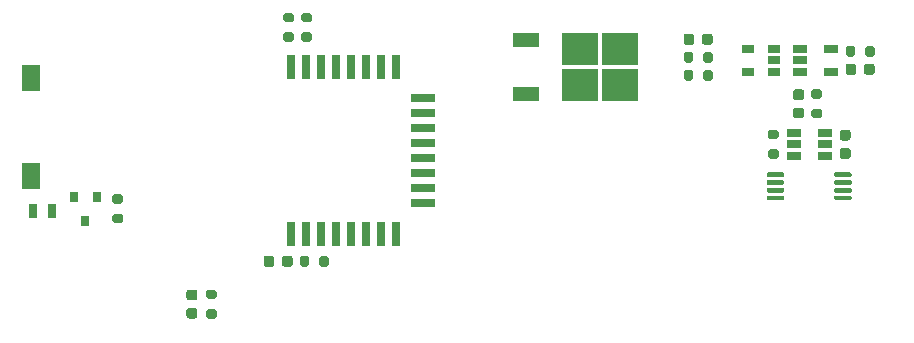
<source format=gtp>
G04 #@! TF.GenerationSoftware,KiCad,Pcbnew,(5.1.12)-1*
G04 #@! TF.CreationDate,2022-06-29T22:30:09+05:00*
G04 #@! TF.ProjectId,YNXT-WM01,594e5854-2d57-44d3-9031-2e6b69636164,rev?*
G04 #@! TF.SameCoordinates,Original*
G04 #@! TF.FileFunction,Paste,Top*
G04 #@! TF.FilePolarity,Positive*
%FSLAX46Y46*%
G04 Gerber Fmt 4.6, Leading zero omitted, Abs format (unit mm)*
G04 Created by KiCad (PCBNEW (5.1.12)-1) date 2022-06-29 22:30:09*
%MOMM*%
%LPD*%
G01*
G04 APERTURE LIST*
%ADD10R,1.500000X2.200000*%
%ADD11R,2.200000X1.200000*%
%ADD12R,3.050000X2.750000*%
%ADD13R,0.800000X0.900000*%
%ADD14R,1.220000X0.650000*%
%ADD15R,0.700000X2.000000*%
%ADD16R,2.000000X0.700000*%
%ADD17R,1.060000X0.650000*%
%ADD18R,0.800000X1.200000*%
G04 APERTURE END LIST*
D10*
X95631000Y-114414300D03*
X95631000Y-106133900D03*
D11*
X137532000Y-102939500D03*
X137532000Y-107499500D03*
D12*
X145507000Y-106744500D03*
X142157000Y-103694500D03*
X145507000Y-103694500D03*
X142157000Y-106744500D03*
G36*
G01*
X165537000Y-105160000D02*
X165537000Y-105660000D01*
G75*
G02*
X165312000Y-105885000I-225000J0D01*
G01*
X164862000Y-105885000D01*
G75*
G02*
X164637000Y-105660000I0J225000D01*
G01*
X164637000Y-105160000D01*
G75*
G02*
X164862000Y-104935000I225000J0D01*
G01*
X165312000Y-104935000D01*
G75*
G02*
X165537000Y-105160000I0J-225000D01*
G01*
G37*
G36*
G01*
X167087000Y-105160000D02*
X167087000Y-105660000D01*
G75*
G02*
X166862000Y-105885000I-225000J0D01*
G01*
X166412000Y-105885000D01*
G75*
G02*
X166187000Y-105660000I0J225000D01*
G01*
X166187000Y-105160000D01*
G75*
G02*
X166412000Y-104935000I225000J0D01*
G01*
X166862000Y-104935000D01*
G75*
G02*
X167087000Y-105160000I0J-225000D01*
G01*
G37*
G36*
G01*
X164842000Y-112985000D02*
X164342000Y-112985000D01*
G75*
G02*
X164117000Y-112760000I0J225000D01*
G01*
X164117000Y-112310000D01*
G75*
G02*
X164342000Y-112085000I225000J0D01*
G01*
X164842000Y-112085000D01*
G75*
G02*
X165067000Y-112310000I0J-225000D01*
G01*
X165067000Y-112760000D01*
G75*
G02*
X164842000Y-112985000I-225000J0D01*
G01*
G37*
G36*
G01*
X164842000Y-111435000D02*
X164342000Y-111435000D01*
G75*
G02*
X164117000Y-111210000I0J225000D01*
G01*
X164117000Y-110760000D01*
G75*
G02*
X164342000Y-110535000I225000J0D01*
G01*
X164842000Y-110535000D01*
G75*
G02*
X165067000Y-110760000I0J-225000D01*
G01*
X165067000Y-111210000D01*
G75*
G02*
X164842000Y-111435000I-225000J0D01*
G01*
G37*
G36*
G01*
X109533500Y-126510500D02*
X109033500Y-126510500D01*
G75*
G02*
X108808500Y-126285500I0J225000D01*
G01*
X108808500Y-125835500D01*
G75*
G02*
X109033500Y-125610500I225000J0D01*
G01*
X109533500Y-125610500D01*
G75*
G02*
X109758500Y-125835500I0J-225000D01*
G01*
X109758500Y-126285500D01*
G75*
G02*
X109533500Y-126510500I-225000J0D01*
G01*
G37*
G36*
G01*
X109533500Y-124960500D02*
X109033500Y-124960500D01*
G75*
G02*
X108808500Y-124735500I0J225000D01*
G01*
X108808500Y-124285500D01*
G75*
G02*
X109033500Y-124060500I225000J0D01*
G01*
X109533500Y-124060500D01*
G75*
G02*
X109758500Y-124285500I0J-225000D01*
G01*
X109758500Y-124735500D01*
G75*
G02*
X109533500Y-124960500I-225000J0D01*
G01*
G37*
G36*
G01*
X160405000Y-107106000D02*
X160905000Y-107106000D01*
G75*
G02*
X161130000Y-107331000I0J-225000D01*
G01*
X161130000Y-107781000D01*
G75*
G02*
X160905000Y-108006000I-225000J0D01*
G01*
X160405000Y-108006000D01*
G75*
G02*
X160180000Y-107781000I0J225000D01*
G01*
X160180000Y-107331000D01*
G75*
G02*
X160405000Y-107106000I225000J0D01*
G01*
G37*
G36*
G01*
X160405000Y-108656000D02*
X160905000Y-108656000D01*
G75*
G02*
X161130000Y-108881000I0J-225000D01*
G01*
X161130000Y-109331000D01*
G75*
G02*
X160905000Y-109556000I-225000J0D01*
G01*
X160405000Y-109556000D01*
G75*
G02*
X160180000Y-109331000I0J225000D01*
G01*
X160180000Y-108881000D01*
G75*
G02*
X160405000Y-108656000I225000J0D01*
G01*
G37*
G36*
G01*
X150921000Y-103120000D02*
X150921000Y-102620000D01*
G75*
G02*
X151146000Y-102395000I225000J0D01*
G01*
X151596000Y-102395000D01*
G75*
G02*
X151821000Y-102620000I0J-225000D01*
G01*
X151821000Y-103120000D01*
G75*
G02*
X151596000Y-103345000I-225000J0D01*
G01*
X151146000Y-103345000D01*
G75*
G02*
X150921000Y-103120000I0J225000D01*
G01*
G37*
G36*
G01*
X152471000Y-103120000D02*
X152471000Y-102620000D01*
G75*
G02*
X152696000Y-102395000I225000J0D01*
G01*
X153146000Y-102395000D01*
G75*
G02*
X153371000Y-102620000I0J-225000D01*
G01*
X153371000Y-103120000D01*
G75*
G02*
X153146000Y-103345000I-225000J0D01*
G01*
X152696000Y-103345000D01*
G75*
G02*
X152471000Y-103120000I0J225000D01*
G01*
G37*
G36*
G01*
X117811000Y-121416000D02*
X117811000Y-121916000D01*
G75*
G02*
X117586000Y-122141000I-225000J0D01*
G01*
X117136000Y-122141000D01*
G75*
G02*
X116911000Y-121916000I0J225000D01*
G01*
X116911000Y-121416000D01*
G75*
G02*
X117136000Y-121191000I225000J0D01*
G01*
X117586000Y-121191000D01*
G75*
G02*
X117811000Y-121416000I0J-225000D01*
G01*
G37*
G36*
G01*
X116261000Y-121416000D02*
X116261000Y-121916000D01*
G75*
G02*
X116036000Y-122141000I-225000J0D01*
G01*
X115586000Y-122141000D01*
G75*
G02*
X115361000Y-121916000I0J225000D01*
G01*
X115361000Y-121416000D01*
G75*
G02*
X115586000Y-121191000I225000J0D01*
G01*
X116036000Y-121191000D01*
G75*
G02*
X116261000Y-121416000I0J-225000D01*
G01*
G37*
D13*
X101216500Y-116221000D03*
X99316500Y-116221000D03*
X100266500Y-118221000D03*
G36*
G01*
X165437000Y-103611000D02*
X165437000Y-104161000D01*
G75*
G02*
X165237000Y-104361000I-200000J0D01*
G01*
X164837000Y-104361000D01*
G75*
G02*
X164637000Y-104161000I0J200000D01*
G01*
X164637000Y-103611000D01*
G75*
G02*
X164837000Y-103411000I200000J0D01*
G01*
X165237000Y-103411000D01*
G75*
G02*
X165437000Y-103611000I0J-200000D01*
G01*
G37*
G36*
G01*
X167087000Y-103611000D02*
X167087000Y-104161000D01*
G75*
G02*
X166887000Y-104361000I-200000J0D01*
G01*
X166487000Y-104361000D01*
G75*
G02*
X166287000Y-104161000I0J200000D01*
G01*
X166287000Y-103611000D01*
G75*
G02*
X166487000Y-103411000I200000J0D01*
G01*
X166887000Y-103411000D01*
G75*
G02*
X167087000Y-103611000I0J-200000D01*
G01*
G37*
G36*
G01*
X158221000Y-110535000D02*
X158771000Y-110535000D01*
G75*
G02*
X158971000Y-110735000I0J-200000D01*
G01*
X158971000Y-111135000D01*
G75*
G02*
X158771000Y-111335000I-200000J0D01*
G01*
X158221000Y-111335000D01*
G75*
G02*
X158021000Y-111135000I0J200000D01*
G01*
X158021000Y-110735000D01*
G75*
G02*
X158221000Y-110535000I200000J0D01*
G01*
G37*
G36*
G01*
X158221000Y-112185000D02*
X158771000Y-112185000D01*
G75*
G02*
X158971000Y-112385000I0J-200000D01*
G01*
X158971000Y-112785000D01*
G75*
G02*
X158771000Y-112985000I-200000J0D01*
G01*
X158221000Y-112985000D01*
G75*
G02*
X158021000Y-112785000I0J200000D01*
G01*
X158021000Y-112385000D01*
G75*
G02*
X158221000Y-112185000I200000J0D01*
G01*
G37*
G36*
G01*
X162454000Y-109556000D02*
X161904000Y-109556000D01*
G75*
G02*
X161704000Y-109356000I0J200000D01*
G01*
X161704000Y-108956000D01*
G75*
G02*
X161904000Y-108756000I200000J0D01*
G01*
X162454000Y-108756000D01*
G75*
G02*
X162654000Y-108956000I0J-200000D01*
G01*
X162654000Y-109356000D01*
G75*
G02*
X162454000Y-109556000I-200000J0D01*
G01*
G37*
G36*
G01*
X162454000Y-107906000D02*
X161904000Y-107906000D01*
G75*
G02*
X161704000Y-107706000I0J200000D01*
G01*
X161704000Y-107306000D01*
G75*
G02*
X161904000Y-107106000I200000J0D01*
G01*
X162454000Y-107106000D01*
G75*
G02*
X162654000Y-107306000I0J-200000D01*
G01*
X162654000Y-107706000D01*
G75*
G02*
X162454000Y-107906000I-200000J0D01*
G01*
G37*
G36*
G01*
X110659500Y-124060500D02*
X111209500Y-124060500D01*
G75*
G02*
X111409500Y-124260500I0J-200000D01*
G01*
X111409500Y-124660500D01*
G75*
G02*
X111209500Y-124860500I-200000J0D01*
G01*
X110659500Y-124860500D01*
G75*
G02*
X110459500Y-124660500I0J200000D01*
G01*
X110459500Y-124260500D01*
G75*
G02*
X110659500Y-124060500I200000J0D01*
G01*
G37*
G36*
G01*
X110659500Y-125710500D02*
X111209500Y-125710500D01*
G75*
G02*
X111409500Y-125910500I0J-200000D01*
G01*
X111409500Y-126310500D01*
G75*
G02*
X111209500Y-126510500I-200000J0D01*
G01*
X110659500Y-126510500D01*
G75*
G02*
X110459500Y-126310500I0J200000D01*
G01*
X110459500Y-125910500D01*
G75*
G02*
X110659500Y-125710500I200000J0D01*
G01*
G37*
G36*
G01*
X119274000Y-103079000D02*
X118724000Y-103079000D01*
G75*
G02*
X118524000Y-102879000I0J200000D01*
G01*
X118524000Y-102479000D01*
G75*
G02*
X118724000Y-102279000I200000J0D01*
G01*
X119274000Y-102279000D01*
G75*
G02*
X119474000Y-102479000I0J-200000D01*
G01*
X119474000Y-102879000D01*
G75*
G02*
X119274000Y-103079000I-200000J0D01*
G01*
G37*
G36*
G01*
X119274000Y-101429000D02*
X118724000Y-101429000D01*
G75*
G02*
X118524000Y-101229000I0J200000D01*
G01*
X118524000Y-100829000D01*
G75*
G02*
X118724000Y-100629000I200000J0D01*
G01*
X119274000Y-100629000D01*
G75*
G02*
X119474000Y-100829000I0J-200000D01*
G01*
X119474000Y-101229000D01*
G75*
G02*
X119274000Y-101429000I-200000J0D01*
G01*
G37*
G36*
G01*
X117200000Y-100629000D02*
X117750000Y-100629000D01*
G75*
G02*
X117950000Y-100829000I0J-200000D01*
G01*
X117950000Y-101229000D01*
G75*
G02*
X117750000Y-101429000I-200000J0D01*
G01*
X117200000Y-101429000D01*
G75*
G02*
X117000000Y-101229000I0J200000D01*
G01*
X117000000Y-100829000D01*
G75*
G02*
X117200000Y-100629000I200000J0D01*
G01*
G37*
G36*
G01*
X117200000Y-102279000D02*
X117750000Y-102279000D01*
G75*
G02*
X117950000Y-102479000I0J-200000D01*
G01*
X117950000Y-102879000D01*
G75*
G02*
X117750000Y-103079000I-200000J0D01*
G01*
X117200000Y-103079000D01*
G75*
G02*
X117000000Y-102879000I0J200000D01*
G01*
X117000000Y-102479000D01*
G75*
G02*
X117200000Y-102279000I200000J0D01*
G01*
G37*
G36*
G01*
X120859000Y-121391000D02*
X120859000Y-121941000D01*
G75*
G02*
X120659000Y-122141000I-200000J0D01*
G01*
X120259000Y-122141000D01*
G75*
G02*
X120059000Y-121941000I0J200000D01*
G01*
X120059000Y-121391000D01*
G75*
G02*
X120259000Y-121191000I200000J0D01*
G01*
X120659000Y-121191000D01*
G75*
G02*
X120859000Y-121391000I0J-200000D01*
G01*
G37*
G36*
G01*
X119209000Y-121391000D02*
X119209000Y-121941000D01*
G75*
G02*
X119009000Y-122141000I-200000J0D01*
G01*
X118609000Y-122141000D01*
G75*
G02*
X118409000Y-121941000I0J200000D01*
G01*
X118409000Y-121391000D01*
G75*
G02*
X118609000Y-121191000I200000J0D01*
G01*
X119009000Y-121191000D01*
G75*
G02*
X119209000Y-121391000I0J-200000D01*
G01*
G37*
G36*
G01*
X150921000Y-106193000D02*
X150921000Y-105643000D01*
G75*
G02*
X151121000Y-105443000I200000J0D01*
G01*
X151521000Y-105443000D01*
G75*
G02*
X151721000Y-105643000I0J-200000D01*
G01*
X151721000Y-106193000D01*
G75*
G02*
X151521000Y-106393000I-200000J0D01*
G01*
X151121000Y-106393000D01*
G75*
G02*
X150921000Y-106193000I0J200000D01*
G01*
G37*
G36*
G01*
X152571000Y-106193000D02*
X152571000Y-105643000D01*
G75*
G02*
X152771000Y-105443000I200000J0D01*
G01*
X153171000Y-105443000D01*
G75*
G02*
X153371000Y-105643000I0J-200000D01*
G01*
X153371000Y-106193000D01*
G75*
G02*
X153171000Y-106393000I-200000J0D01*
G01*
X152771000Y-106393000D01*
G75*
G02*
X152571000Y-106193000I0J200000D01*
G01*
G37*
G36*
G01*
X151721000Y-104119000D02*
X151721000Y-104669000D01*
G75*
G02*
X151521000Y-104869000I-200000J0D01*
G01*
X151121000Y-104869000D01*
G75*
G02*
X150921000Y-104669000I0J200000D01*
G01*
X150921000Y-104119000D01*
G75*
G02*
X151121000Y-103919000I200000J0D01*
G01*
X151521000Y-103919000D01*
G75*
G02*
X151721000Y-104119000I0J-200000D01*
G01*
G37*
G36*
G01*
X153371000Y-104119000D02*
X153371000Y-104669000D01*
G75*
G02*
X153171000Y-104869000I-200000J0D01*
G01*
X152771000Y-104869000D01*
G75*
G02*
X152571000Y-104669000I0J200000D01*
G01*
X152571000Y-104119000D01*
G75*
G02*
X152771000Y-103919000I200000J0D01*
G01*
X153171000Y-103919000D01*
G75*
G02*
X153371000Y-104119000I0J-200000D01*
G01*
G37*
G36*
G01*
X102722000Y-115996000D02*
X103272000Y-115996000D01*
G75*
G02*
X103472000Y-116196000I0J-200000D01*
G01*
X103472000Y-116596000D01*
G75*
G02*
X103272000Y-116796000I-200000J0D01*
G01*
X102722000Y-116796000D01*
G75*
G02*
X102522000Y-116596000I0J200000D01*
G01*
X102522000Y-116196000D01*
G75*
G02*
X102722000Y-115996000I200000J0D01*
G01*
G37*
G36*
G01*
X102722000Y-117646000D02*
X103272000Y-117646000D01*
G75*
G02*
X103472000Y-117846000I0J-200000D01*
G01*
X103472000Y-118246000D01*
G75*
G02*
X103272000Y-118446000I-200000J0D01*
G01*
X102722000Y-118446000D01*
G75*
G02*
X102522000Y-118246000I0J200000D01*
G01*
X102522000Y-117846000D01*
G75*
G02*
X102722000Y-117646000I200000J0D01*
G01*
G37*
D14*
X163362000Y-103698000D03*
X163362000Y-105598000D03*
X160742000Y-105598000D03*
X160742000Y-104648000D03*
X160742000Y-103698000D03*
D15*
X126588000Y-119318000D03*
X125318000Y-119318000D03*
X124048000Y-119318000D03*
X122778000Y-119318000D03*
X121508000Y-119318000D03*
X120238000Y-119318000D03*
X118968000Y-119318000D03*
X117698000Y-119318000D03*
D16*
X128848000Y-107838000D03*
X128848000Y-109108000D03*
X128848000Y-110378000D03*
X128848000Y-111648000D03*
X128848000Y-112918000D03*
X128848000Y-114188000D03*
X128848000Y-115458000D03*
X128848000Y-116728000D03*
D15*
X117698000Y-105218000D03*
X118968000Y-105218000D03*
X120238000Y-105218000D03*
X121508000Y-105218000D03*
X122778000Y-105218000D03*
X124048000Y-105218000D03*
X125318000Y-105218000D03*
X126588000Y-105218000D03*
D17*
X158580000Y-105598000D03*
X158580000Y-104648000D03*
X158580000Y-103698000D03*
X156380000Y-103698000D03*
X156380000Y-105598000D03*
G36*
G01*
X165144000Y-116191000D02*
X165144000Y-116391000D01*
G75*
G02*
X165044000Y-116491000I-100000J0D01*
G01*
X163769000Y-116491000D01*
G75*
G02*
X163669000Y-116391000I0J100000D01*
G01*
X163669000Y-116191000D01*
G75*
G02*
X163769000Y-116091000I100000J0D01*
G01*
X165044000Y-116091000D01*
G75*
G02*
X165144000Y-116191000I0J-100000D01*
G01*
G37*
G36*
G01*
X165144000Y-115541000D02*
X165144000Y-115741000D01*
G75*
G02*
X165044000Y-115841000I-100000J0D01*
G01*
X163769000Y-115841000D01*
G75*
G02*
X163669000Y-115741000I0J100000D01*
G01*
X163669000Y-115541000D01*
G75*
G02*
X163769000Y-115441000I100000J0D01*
G01*
X165044000Y-115441000D01*
G75*
G02*
X165144000Y-115541000I0J-100000D01*
G01*
G37*
G36*
G01*
X165144000Y-114891000D02*
X165144000Y-115091000D01*
G75*
G02*
X165044000Y-115191000I-100000J0D01*
G01*
X163769000Y-115191000D01*
G75*
G02*
X163669000Y-115091000I0J100000D01*
G01*
X163669000Y-114891000D01*
G75*
G02*
X163769000Y-114791000I100000J0D01*
G01*
X165044000Y-114791000D01*
G75*
G02*
X165144000Y-114891000I0J-100000D01*
G01*
G37*
G36*
G01*
X165144000Y-114241000D02*
X165144000Y-114441000D01*
G75*
G02*
X165044000Y-114541000I-100000J0D01*
G01*
X163769000Y-114541000D01*
G75*
G02*
X163669000Y-114441000I0J100000D01*
G01*
X163669000Y-114241000D01*
G75*
G02*
X163769000Y-114141000I100000J0D01*
G01*
X165044000Y-114141000D01*
G75*
G02*
X165144000Y-114241000I0J-100000D01*
G01*
G37*
G36*
G01*
X159419000Y-114241000D02*
X159419000Y-114441000D01*
G75*
G02*
X159319000Y-114541000I-100000J0D01*
G01*
X158044000Y-114541000D01*
G75*
G02*
X157944000Y-114441000I0J100000D01*
G01*
X157944000Y-114241000D01*
G75*
G02*
X158044000Y-114141000I100000J0D01*
G01*
X159319000Y-114141000D01*
G75*
G02*
X159419000Y-114241000I0J-100000D01*
G01*
G37*
G36*
G01*
X159419000Y-114891000D02*
X159419000Y-115091000D01*
G75*
G02*
X159319000Y-115191000I-100000J0D01*
G01*
X158044000Y-115191000D01*
G75*
G02*
X157944000Y-115091000I0J100000D01*
G01*
X157944000Y-114891000D01*
G75*
G02*
X158044000Y-114791000I100000J0D01*
G01*
X159319000Y-114791000D01*
G75*
G02*
X159419000Y-114891000I0J-100000D01*
G01*
G37*
G36*
G01*
X159419000Y-115541000D02*
X159419000Y-115741000D01*
G75*
G02*
X159319000Y-115841000I-100000J0D01*
G01*
X158044000Y-115841000D01*
G75*
G02*
X157944000Y-115741000I0J100000D01*
G01*
X157944000Y-115541000D01*
G75*
G02*
X158044000Y-115441000I100000J0D01*
G01*
X159319000Y-115441000D01*
G75*
G02*
X159419000Y-115541000I0J-100000D01*
G01*
G37*
G36*
G01*
X159419000Y-116191000D02*
X159419000Y-116391000D01*
G75*
G02*
X159319000Y-116491000I-100000J0D01*
G01*
X158044000Y-116491000D01*
G75*
G02*
X157944000Y-116391000I0J100000D01*
G01*
X157944000Y-116191000D01*
G75*
G02*
X158044000Y-116091000I100000J0D01*
G01*
X159319000Y-116091000D01*
G75*
G02*
X159419000Y-116191000I0J-100000D01*
G01*
G37*
D14*
X160234000Y-110810000D03*
X160234000Y-111760000D03*
X160234000Y-112710000D03*
X162854000Y-112710000D03*
X162854000Y-111760000D03*
X162854000Y-110810000D03*
D18*
X95847000Y-117411500D03*
X97447000Y-117411500D03*
M02*

</source>
